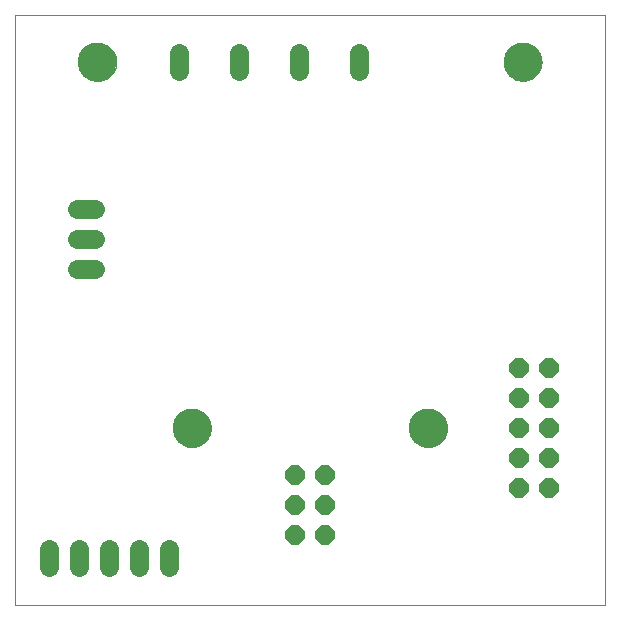
<source format=gbs>
G75*
G70*
%OFA0B0*%
%FSLAX24Y24*%
%IPPOS*%
%LPD*%
%AMOC8*
5,1,8,0,0,1.08239X$1,22.5*
%
%ADD10C,0.0000*%
%ADD11C,0.1300*%
%ADD12C,0.0640*%
%ADD13OC8,0.0640*%
D10*
X000574Y000574D02*
X020259Y000574D01*
X020259Y020259D01*
X000574Y020259D01*
X000574Y000574D01*
X005849Y006479D02*
X005851Y006529D01*
X005857Y006579D01*
X005867Y006628D01*
X005881Y006676D01*
X005898Y006723D01*
X005919Y006768D01*
X005944Y006812D01*
X005972Y006853D01*
X006004Y006892D01*
X006038Y006929D01*
X006075Y006963D01*
X006115Y006993D01*
X006157Y007020D01*
X006201Y007044D01*
X006247Y007065D01*
X006294Y007081D01*
X006342Y007094D01*
X006392Y007103D01*
X006441Y007108D01*
X006492Y007109D01*
X006542Y007106D01*
X006591Y007099D01*
X006640Y007088D01*
X006688Y007073D01*
X006734Y007055D01*
X006779Y007033D01*
X006822Y007007D01*
X006863Y006978D01*
X006902Y006946D01*
X006938Y006911D01*
X006970Y006873D01*
X007000Y006833D01*
X007027Y006790D01*
X007050Y006746D01*
X007069Y006700D01*
X007085Y006652D01*
X007097Y006603D01*
X007105Y006554D01*
X007109Y006504D01*
X007109Y006454D01*
X007105Y006404D01*
X007097Y006355D01*
X007085Y006306D01*
X007069Y006258D01*
X007050Y006212D01*
X007027Y006168D01*
X007000Y006125D01*
X006970Y006085D01*
X006938Y006047D01*
X006902Y006012D01*
X006863Y005980D01*
X006822Y005951D01*
X006779Y005925D01*
X006734Y005903D01*
X006688Y005885D01*
X006640Y005870D01*
X006591Y005859D01*
X006542Y005852D01*
X006492Y005849D01*
X006441Y005850D01*
X006392Y005855D01*
X006342Y005864D01*
X006294Y005877D01*
X006247Y005893D01*
X006201Y005914D01*
X006157Y005938D01*
X006115Y005965D01*
X006075Y005995D01*
X006038Y006029D01*
X006004Y006066D01*
X005972Y006105D01*
X005944Y006146D01*
X005919Y006190D01*
X005898Y006235D01*
X005881Y006282D01*
X005867Y006330D01*
X005857Y006379D01*
X005851Y006429D01*
X005849Y006479D01*
X013723Y006479D02*
X013725Y006529D01*
X013731Y006579D01*
X013741Y006628D01*
X013755Y006676D01*
X013772Y006723D01*
X013793Y006768D01*
X013818Y006812D01*
X013846Y006853D01*
X013878Y006892D01*
X013912Y006929D01*
X013949Y006963D01*
X013989Y006993D01*
X014031Y007020D01*
X014075Y007044D01*
X014121Y007065D01*
X014168Y007081D01*
X014216Y007094D01*
X014266Y007103D01*
X014315Y007108D01*
X014366Y007109D01*
X014416Y007106D01*
X014465Y007099D01*
X014514Y007088D01*
X014562Y007073D01*
X014608Y007055D01*
X014653Y007033D01*
X014696Y007007D01*
X014737Y006978D01*
X014776Y006946D01*
X014812Y006911D01*
X014844Y006873D01*
X014874Y006833D01*
X014901Y006790D01*
X014924Y006746D01*
X014943Y006700D01*
X014959Y006652D01*
X014971Y006603D01*
X014979Y006554D01*
X014983Y006504D01*
X014983Y006454D01*
X014979Y006404D01*
X014971Y006355D01*
X014959Y006306D01*
X014943Y006258D01*
X014924Y006212D01*
X014901Y006168D01*
X014874Y006125D01*
X014844Y006085D01*
X014812Y006047D01*
X014776Y006012D01*
X014737Y005980D01*
X014696Y005951D01*
X014653Y005925D01*
X014608Y005903D01*
X014562Y005885D01*
X014514Y005870D01*
X014465Y005859D01*
X014416Y005852D01*
X014366Y005849D01*
X014315Y005850D01*
X014266Y005855D01*
X014216Y005864D01*
X014168Y005877D01*
X014121Y005893D01*
X014075Y005914D01*
X014031Y005938D01*
X013989Y005965D01*
X013949Y005995D01*
X013912Y006029D01*
X013878Y006066D01*
X013846Y006105D01*
X013818Y006146D01*
X013793Y006190D01*
X013772Y006235D01*
X013755Y006282D01*
X013741Y006330D01*
X013731Y006379D01*
X013725Y006429D01*
X013723Y006479D01*
X016873Y018684D02*
X016875Y018734D01*
X016881Y018784D01*
X016891Y018833D01*
X016905Y018881D01*
X016922Y018928D01*
X016943Y018973D01*
X016968Y019017D01*
X016996Y019058D01*
X017028Y019097D01*
X017062Y019134D01*
X017099Y019168D01*
X017139Y019198D01*
X017181Y019225D01*
X017225Y019249D01*
X017271Y019270D01*
X017318Y019286D01*
X017366Y019299D01*
X017416Y019308D01*
X017465Y019313D01*
X017516Y019314D01*
X017566Y019311D01*
X017615Y019304D01*
X017664Y019293D01*
X017712Y019278D01*
X017758Y019260D01*
X017803Y019238D01*
X017846Y019212D01*
X017887Y019183D01*
X017926Y019151D01*
X017962Y019116D01*
X017994Y019078D01*
X018024Y019038D01*
X018051Y018995D01*
X018074Y018951D01*
X018093Y018905D01*
X018109Y018857D01*
X018121Y018808D01*
X018129Y018759D01*
X018133Y018709D01*
X018133Y018659D01*
X018129Y018609D01*
X018121Y018560D01*
X018109Y018511D01*
X018093Y018463D01*
X018074Y018417D01*
X018051Y018373D01*
X018024Y018330D01*
X017994Y018290D01*
X017962Y018252D01*
X017926Y018217D01*
X017887Y018185D01*
X017846Y018156D01*
X017803Y018130D01*
X017758Y018108D01*
X017712Y018090D01*
X017664Y018075D01*
X017615Y018064D01*
X017566Y018057D01*
X017516Y018054D01*
X017465Y018055D01*
X017416Y018060D01*
X017366Y018069D01*
X017318Y018082D01*
X017271Y018098D01*
X017225Y018119D01*
X017181Y018143D01*
X017139Y018170D01*
X017099Y018200D01*
X017062Y018234D01*
X017028Y018271D01*
X016996Y018310D01*
X016968Y018351D01*
X016943Y018395D01*
X016922Y018440D01*
X016905Y018487D01*
X016891Y018535D01*
X016881Y018584D01*
X016875Y018634D01*
X016873Y018684D01*
X002700Y018684D02*
X002702Y018734D01*
X002708Y018784D01*
X002718Y018833D01*
X002732Y018881D01*
X002749Y018928D01*
X002770Y018973D01*
X002795Y019017D01*
X002823Y019058D01*
X002855Y019097D01*
X002889Y019134D01*
X002926Y019168D01*
X002966Y019198D01*
X003008Y019225D01*
X003052Y019249D01*
X003098Y019270D01*
X003145Y019286D01*
X003193Y019299D01*
X003243Y019308D01*
X003292Y019313D01*
X003343Y019314D01*
X003393Y019311D01*
X003442Y019304D01*
X003491Y019293D01*
X003539Y019278D01*
X003585Y019260D01*
X003630Y019238D01*
X003673Y019212D01*
X003714Y019183D01*
X003753Y019151D01*
X003789Y019116D01*
X003821Y019078D01*
X003851Y019038D01*
X003878Y018995D01*
X003901Y018951D01*
X003920Y018905D01*
X003936Y018857D01*
X003948Y018808D01*
X003956Y018759D01*
X003960Y018709D01*
X003960Y018659D01*
X003956Y018609D01*
X003948Y018560D01*
X003936Y018511D01*
X003920Y018463D01*
X003901Y018417D01*
X003878Y018373D01*
X003851Y018330D01*
X003821Y018290D01*
X003789Y018252D01*
X003753Y018217D01*
X003714Y018185D01*
X003673Y018156D01*
X003630Y018130D01*
X003585Y018108D01*
X003539Y018090D01*
X003491Y018075D01*
X003442Y018064D01*
X003393Y018057D01*
X003343Y018054D01*
X003292Y018055D01*
X003243Y018060D01*
X003193Y018069D01*
X003145Y018082D01*
X003098Y018098D01*
X003052Y018119D01*
X003008Y018143D01*
X002966Y018170D01*
X002926Y018200D01*
X002889Y018234D01*
X002855Y018271D01*
X002823Y018310D01*
X002795Y018351D01*
X002770Y018395D01*
X002749Y018440D01*
X002732Y018487D01*
X002718Y018535D01*
X002708Y018584D01*
X002702Y018634D01*
X002700Y018684D01*
D11*
X003330Y018684D03*
X006479Y006479D03*
X014353Y006479D03*
X017503Y018684D03*
D12*
X012038Y018984D02*
X012038Y018384D01*
X010038Y018384D02*
X010038Y018984D01*
X008038Y018984D02*
X008038Y018384D01*
X006038Y018384D02*
X006038Y018984D01*
X003236Y013778D02*
X002636Y013778D01*
X002636Y012778D02*
X003236Y012778D01*
X003236Y011778D02*
X002636Y011778D01*
X002723Y002449D02*
X002723Y001849D01*
X003723Y001849D02*
X003723Y002449D01*
X004723Y002449D02*
X004723Y001849D01*
X005723Y001849D02*
X005723Y002449D01*
X001723Y002449D02*
X001723Y001849D01*
D13*
X009916Y002920D03*
X009916Y003920D03*
X009916Y004920D03*
X010916Y004920D03*
X010916Y003920D03*
X010916Y002920D03*
X017397Y004479D03*
X018397Y004479D03*
X018397Y005479D03*
X018397Y006479D03*
X018397Y007479D03*
X018397Y008479D03*
X017397Y008479D03*
X017397Y007479D03*
X017397Y006479D03*
X017397Y005479D03*
M02*

</source>
